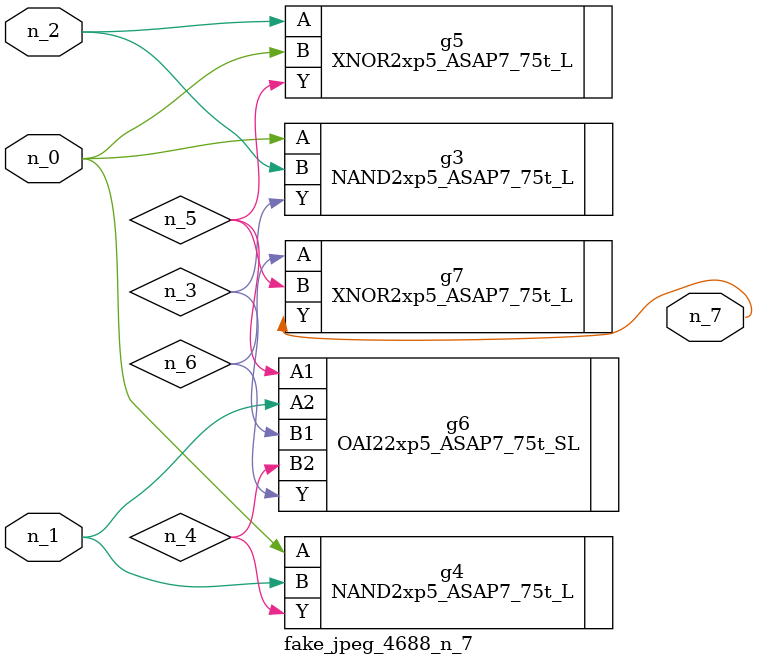
<source format=v>
module fake_jpeg_4688_n_7 (n_0, n_2, n_1, n_7);

input n_0;
input n_2;
input n_1;

output n_7;

wire n_3;
wire n_4;
wire n_6;
wire n_5;

NAND2xp5_ASAP7_75t_L g3 ( 
.A(n_0),
.B(n_2),
.Y(n_3)
);

NAND2xp5_ASAP7_75t_L g4 ( 
.A(n_0),
.B(n_1),
.Y(n_4)
);

XNOR2xp5_ASAP7_75t_L g5 ( 
.A(n_2),
.B(n_0),
.Y(n_5)
);

OAI22xp5_ASAP7_75t_SL g6 ( 
.A1(n_5),
.A2(n_1),
.B1(n_3),
.B2(n_4),
.Y(n_6)
);

XNOR2xp5_ASAP7_75t_L g7 ( 
.A(n_6),
.B(n_5),
.Y(n_7)
);


endmodule
</source>
